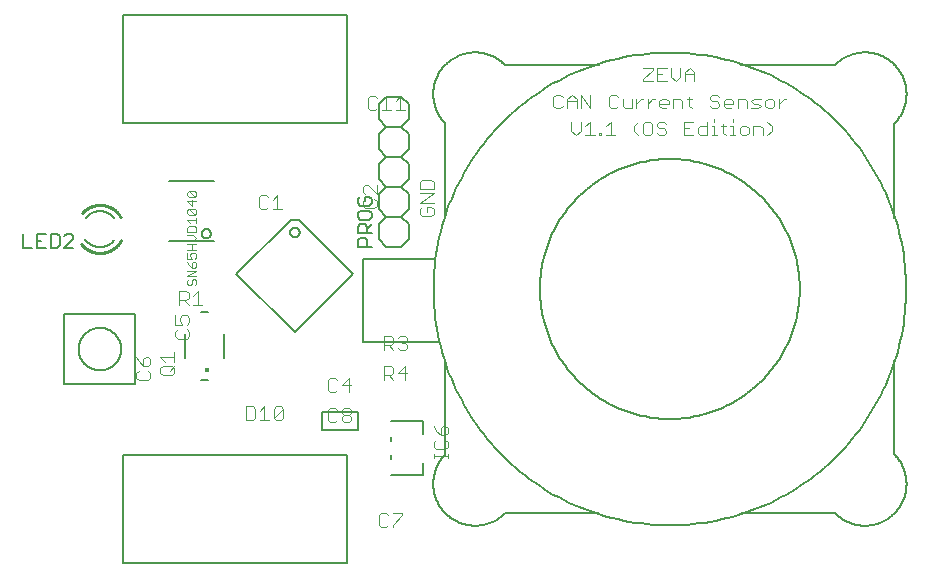
<source format=gbr>
G04 EAGLE Gerber RS-274X export*
G75*
%MOMM*%
%FSLAX34Y34*%
%LPD*%
%INSilkscreen Top*%
%IPPOS*%
%AMOC8*
5,1,8,0,0,1.08239X$1,22.5*%
G01*
%ADD10C,0.101600*%
%ADD11C,0.152400*%
%ADD12C,0.127000*%
%ADD13C,0.076200*%
%ADD14C,0.203200*%
%ADD15C,0.364000*%
%ADD16C,0.254000*%


D10*
X323757Y272464D02*
X321808Y270515D01*
X321808Y266617D01*
X323757Y264668D01*
X331553Y264668D01*
X333502Y266617D01*
X333502Y270515D01*
X331553Y272464D01*
X327655Y272464D01*
X327655Y268566D01*
X333502Y276362D02*
X321808Y276362D01*
X333502Y284158D01*
X321808Y284158D01*
X321808Y288056D02*
X333502Y288056D01*
X333502Y293903D01*
X331553Y295852D01*
X323757Y295852D01*
X321808Y293903D01*
X321808Y288056D01*
X440695Y367802D02*
X442644Y365853D01*
X440695Y367802D02*
X436797Y367802D01*
X434848Y365853D01*
X434848Y358057D01*
X436797Y356108D01*
X440695Y356108D01*
X442644Y358057D01*
X446542Y356108D02*
X446542Y363904D01*
X450440Y367802D01*
X454338Y363904D01*
X454338Y356108D01*
X454338Y361955D02*
X446542Y361955D01*
X458236Y356108D02*
X458236Y367802D01*
X466032Y356108D01*
X466032Y367802D01*
X487471Y367802D02*
X489420Y365853D01*
X487471Y367802D02*
X483573Y367802D01*
X481624Y365853D01*
X481624Y358057D01*
X483573Y356108D01*
X487471Y356108D01*
X489420Y358057D01*
X493318Y358057D02*
X493318Y363904D01*
X493318Y358057D02*
X495267Y356108D01*
X501114Y356108D01*
X501114Y363904D01*
X505012Y363904D02*
X505012Y356108D01*
X505012Y360006D02*
X508910Y363904D01*
X510859Y363904D01*
X514757Y363904D02*
X514757Y356108D01*
X514757Y360006D02*
X518655Y363904D01*
X520604Y363904D01*
X526451Y356108D02*
X530349Y356108D01*
X526451Y356108D02*
X524502Y358057D01*
X524502Y361955D01*
X526451Y363904D01*
X530349Y363904D01*
X532298Y361955D01*
X532298Y360006D01*
X524502Y360006D01*
X536196Y356108D02*
X536196Y363904D01*
X542043Y363904D01*
X543992Y361955D01*
X543992Y356108D01*
X549839Y358057D02*
X549839Y365853D01*
X549839Y358057D02*
X551788Y356108D01*
X551788Y363904D02*
X547890Y363904D01*
X573227Y367802D02*
X575176Y365853D01*
X573227Y367802D02*
X569329Y367802D01*
X567380Y365853D01*
X567380Y363904D01*
X569329Y361955D01*
X573227Y361955D01*
X575176Y360006D01*
X575176Y358057D01*
X573227Y356108D01*
X569329Y356108D01*
X567380Y358057D01*
X581023Y356108D02*
X584921Y356108D01*
X581023Y356108D02*
X579074Y358057D01*
X579074Y361955D01*
X581023Y363904D01*
X584921Y363904D01*
X586870Y361955D01*
X586870Y360006D01*
X579074Y360006D01*
X590768Y356108D02*
X590768Y363904D01*
X596615Y363904D01*
X598564Y361955D01*
X598564Y356108D01*
X602462Y356108D02*
X608309Y356108D01*
X610258Y358057D01*
X608309Y360006D01*
X604411Y360006D01*
X602462Y361955D01*
X604411Y363904D01*
X610258Y363904D01*
X616104Y356108D02*
X620002Y356108D01*
X621951Y358057D01*
X621951Y361955D01*
X620002Y363904D01*
X616104Y363904D01*
X614156Y361955D01*
X614156Y358057D01*
X616104Y356108D01*
X625849Y356108D02*
X625849Y363904D01*
X625849Y360006D02*
X629747Y363904D01*
X631696Y363904D01*
X518844Y390662D02*
X511048Y390662D01*
X518844Y390662D02*
X518844Y388713D01*
X511048Y380917D01*
X511048Y378968D01*
X518844Y378968D01*
X522742Y390662D02*
X530538Y390662D01*
X522742Y390662D02*
X522742Y378968D01*
X530538Y378968D01*
X526640Y384815D02*
X522742Y384815D01*
X534436Y382866D02*
X534436Y390662D01*
X534436Y382866D02*
X538334Y378968D01*
X542232Y382866D01*
X542232Y390662D01*
X546130Y386764D02*
X546130Y378968D01*
X546130Y386764D02*
X550028Y390662D01*
X553926Y386764D01*
X553926Y378968D01*
X553926Y384815D02*
X546130Y384815D01*
X450088Y344942D02*
X450088Y337146D01*
X453986Y333248D01*
X457884Y337146D01*
X457884Y344942D01*
X461782Y341044D02*
X465680Y344942D01*
X465680Y333248D01*
X461782Y333248D02*
X469578Y333248D01*
X473476Y333248D02*
X473476Y335197D01*
X475425Y335197D01*
X475425Y333248D01*
X473476Y333248D01*
X479323Y341044D02*
X483221Y344942D01*
X483221Y333248D01*
X479323Y333248D02*
X487119Y333248D01*
X502711Y337146D02*
X506609Y333248D01*
X502711Y337146D02*
X502711Y341044D01*
X506609Y344942D01*
X512456Y344942D02*
X516354Y344942D01*
X512456Y344942D02*
X510507Y342993D01*
X510507Y335197D01*
X512456Y333248D01*
X516354Y333248D01*
X518303Y335197D01*
X518303Y342993D01*
X516354Y344942D01*
X528048Y344942D02*
X529997Y342993D01*
X528048Y344942D02*
X524150Y344942D01*
X522201Y342993D01*
X522201Y341044D01*
X524150Y339095D01*
X528048Y339095D01*
X529997Y337146D01*
X529997Y335197D01*
X528048Y333248D01*
X524150Y333248D01*
X522201Y335197D01*
X545589Y344942D02*
X553385Y344942D01*
X545589Y344942D02*
X545589Y333248D01*
X553385Y333248D01*
X549487Y339095D02*
X545589Y339095D01*
X565079Y344942D02*
X565079Y333248D01*
X559232Y333248D01*
X557283Y335197D01*
X557283Y339095D01*
X559232Y341044D01*
X565079Y341044D01*
X568977Y341044D02*
X570926Y341044D01*
X570926Y333248D01*
X568977Y333248D02*
X572875Y333248D01*
X570926Y344942D02*
X570926Y346891D01*
X578722Y342993D02*
X578722Y335197D01*
X580671Y333248D01*
X580671Y341044D02*
X576773Y341044D01*
X584569Y341044D02*
X586518Y341044D01*
X586518Y333248D01*
X584569Y333248D02*
X588467Y333248D01*
X586518Y344942D02*
X586518Y346891D01*
X594314Y333248D02*
X598212Y333248D01*
X600161Y335197D01*
X600161Y339095D01*
X598212Y341044D01*
X594314Y341044D01*
X592365Y339095D01*
X592365Y335197D01*
X594314Y333248D01*
X604059Y333248D02*
X604059Y341044D01*
X609906Y341044D01*
X611855Y339095D01*
X611855Y333248D01*
X615753Y333248D02*
X619650Y337146D01*
X619650Y341044D01*
X615753Y344942D01*
X174546Y103802D02*
X174546Y92108D01*
X180393Y92108D01*
X182342Y94057D01*
X182342Y101853D01*
X180393Y103802D01*
X174546Y103802D01*
X186240Y99904D02*
X190138Y103802D01*
X190138Y92108D01*
X186240Y92108D02*
X194036Y92108D01*
X197934Y94057D02*
X197934Y101853D01*
X199883Y103802D01*
X203781Y103802D01*
X205730Y101853D01*
X205730Y94057D01*
X203781Y92108D01*
X199883Y92108D01*
X197934Y94057D01*
X205730Y101853D01*
D11*
X297586Y91304D02*
X324714Y91304D01*
X324714Y80716D01*
X324714Y45856D02*
X297586Y45856D01*
X324714Y45856D02*
X324714Y55944D01*
X297506Y74356D02*
X297506Y77944D01*
X297506Y62944D02*
X297506Y59356D01*
D10*
X345352Y59954D02*
X345352Y63852D01*
X345352Y61903D02*
X333658Y61903D01*
X333658Y59954D02*
X333658Y63852D01*
X333658Y73597D02*
X335607Y75546D01*
X333658Y73597D02*
X333658Y69699D01*
X335607Y67750D01*
X343403Y67750D01*
X345352Y69699D01*
X345352Y73597D01*
X343403Y75546D01*
X335607Y83342D02*
X333658Y87240D01*
X335607Y83342D02*
X339505Y79444D01*
X343403Y79444D01*
X345352Y81393D01*
X345352Y85291D01*
X343403Y87240D01*
X341454Y87240D01*
X339505Y85291D01*
X339505Y79444D01*
D12*
X265397Y215900D02*
X219436Y261862D01*
X265397Y215900D02*
X215900Y166403D01*
X166403Y215900D01*
X212364Y261862D01*
X219436Y261862D01*
X211900Y251255D02*
X211902Y251381D01*
X211908Y251507D01*
X211918Y251633D01*
X211932Y251759D01*
X211950Y251884D01*
X211972Y252008D01*
X211997Y252132D01*
X212027Y252255D01*
X212060Y252376D01*
X212098Y252497D01*
X212139Y252616D01*
X212184Y252735D01*
X212232Y252851D01*
X212284Y252966D01*
X212340Y253079D01*
X212400Y253191D01*
X212463Y253300D01*
X212529Y253408D01*
X212598Y253513D01*
X212671Y253616D01*
X212748Y253717D01*
X212827Y253815D01*
X212909Y253911D01*
X212995Y254004D01*
X213083Y254095D01*
X213174Y254182D01*
X213268Y254267D01*
X213364Y254348D01*
X213463Y254427D01*
X213564Y254502D01*
X213668Y254574D01*
X213774Y254643D01*
X213882Y254709D01*
X213992Y254771D01*
X214104Y254829D01*
X214217Y254884D01*
X214333Y254935D01*
X214450Y254983D01*
X214568Y255027D01*
X214688Y255067D01*
X214809Y255103D01*
X214931Y255136D01*
X215054Y255165D01*
X215178Y255189D01*
X215302Y255210D01*
X215427Y255227D01*
X215553Y255240D01*
X215679Y255249D01*
X215805Y255254D01*
X215932Y255255D01*
X216058Y255252D01*
X216184Y255245D01*
X216310Y255234D01*
X216435Y255219D01*
X216560Y255200D01*
X216684Y255177D01*
X216808Y255151D01*
X216930Y255120D01*
X217052Y255086D01*
X217172Y255047D01*
X217291Y255005D01*
X217409Y254960D01*
X217525Y254910D01*
X217640Y254857D01*
X217752Y254800D01*
X217863Y254740D01*
X217972Y254676D01*
X218079Y254609D01*
X218184Y254539D01*
X218287Y254465D01*
X218387Y254388D01*
X218485Y254308D01*
X218580Y254225D01*
X218672Y254139D01*
X218762Y254050D01*
X218849Y253958D01*
X218932Y253864D01*
X219013Y253767D01*
X219091Y253667D01*
X219166Y253565D01*
X219237Y253461D01*
X219305Y253354D01*
X219369Y253246D01*
X219430Y253135D01*
X219488Y253023D01*
X219542Y252909D01*
X219592Y252793D01*
X219639Y252676D01*
X219682Y252557D01*
X219721Y252437D01*
X219757Y252316D01*
X219788Y252193D01*
X219816Y252070D01*
X219840Y251946D01*
X219860Y251821D01*
X219876Y251696D01*
X219888Y251570D01*
X219896Y251444D01*
X219900Y251318D01*
X219900Y251192D01*
X219896Y251066D01*
X219888Y250940D01*
X219876Y250814D01*
X219860Y250689D01*
X219840Y250564D01*
X219816Y250440D01*
X219788Y250317D01*
X219757Y250194D01*
X219721Y250073D01*
X219682Y249953D01*
X219639Y249834D01*
X219592Y249717D01*
X219542Y249601D01*
X219488Y249487D01*
X219430Y249375D01*
X219369Y249264D01*
X219305Y249156D01*
X219237Y249049D01*
X219166Y248945D01*
X219091Y248843D01*
X219013Y248743D01*
X218932Y248646D01*
X218849Y248552D01*
X218762Y248460D01*
X218672Y248371D01*
X218580Y248285D01*
X218485Y248202D01*
X218387Y248122D01*
X218287Y248045D01*
X218184Y247971D01*
X218079Y247901D01*
X217972Y247834D01*
X217863Y247770D01*
X217752Y247710D01*
X217640Y247653D01*
X217525Y247600D01*
X217409Y247550D01*
X217291Y247505D01*
X217172Y247463D01*
X217052Y247424D01*
X216930Y247390D01*
X216808Y247359D01*
X216684Y247333D01*
X216560Y247310D01*
X216435Y247291D01*
X216310Y247276D01*
X216184Y247265D01*
X216058Y247258D01*
X215932Y247255D01*
X215805Y247256D01*
X215679Y247261D01*
X215553Y247270D01*
X215427Y247283D01*
X215302Y247300D01*
X215178Y247321D01*
X215054Y247345D01*
X214931Y247374D01*
X214809Y247407D01*
X214688Y247443D01*
X214568Y247483D01*
X214450Y247527D01*
X214333Y247575D01*
X214217Y247626D01*
X214104Y247681D01*
X213992Y247739D01*
X213882Y247801D01*
X213774Y247867D01*
X213668Y247936D01*
X213564Y248008D01*
X213463Y248083D01*
X213364Y248162D01*
X213268Y248243D01*
X213174Y248328D01*
X213083Y248415D01*
X212995Y248506D01*
X212909Y248599D01*
X212827Y248695D01*
X212748Y248793D01*
X212671Y248894D01*
X212598Y248997D01*
X212529Y249102D01*
X212463Y249210D01*
X212400Y249319D01*
X212340Y249431D01*
X212284Y249544D01*
X212232Y249659D01*
X212184Y249775D01*
X212139Y249894D01*
X212098Y250013D01*
X212060Y250134D01*
X212027Y250255D01*
X211997Y250378D01*
X211972Y250502D01*
X211950Y250626D01*
X211932Y250751D01*
X211918Y250877D01*
X211908Y251003D01*
X211902Y251129D01*
X211900Y251255D01*
D10*
X273548Y277607D02*
X275497Y279556D01*
X273548Y277607D02*
X273548Y273709D01*
X275497Y271760D01*
X283293Y271760D01*
X285242Y273709D01*
X285242Y277607D01*
X283293Y279556D01*
X285242Y283454D02*
X285242Y291250D01*
X285242Y283454D02*
X277446Y291250D01*
X275497Y291250D01*
X273548Y289301D01*
X273548Y285403D01*
X275497Y283454D01*
D11*
X287020Y321310D02*
X287020Y334010D01*
X293370Y340360D01*
X306070Y340360D01*
X312420Y334010D01*
X287020Y295910D02*
X293370Y289560D01*
X287020Y295910D02*
X287020Y308610D01*
X293370Y314960D01*
X306070Y314960D01*
X312420Y308610D01*
X312420Y295910D01*
X306070Y289560D01*
X293370Y314960D02*
X287020Y321310D01*
X306070Y314960D02*
X312420Y321310D01*
X312420Y334010D01*
X287020Y257810D02*
X287020Y245110D01*
X287020Y257810D02*
X293370Y264160D01*
X306070Y264160D01*
X312420Y257810D01*
X293370Y264160D02*
X287020Y270510D01*
X287020Y283210D01*
X293370Y289560D01*
X306070Y289560D01*
X312420Y283210D01*
X312420Y270510D01*
X306070Y264160D01*
X306070Y238760D02*
X293370Y238760D01*
X287020Y245110D01*
X306070Y238760D02*
X312420Y245110D01*
X312420Y257810D01*
X287020Y346710D02*
X287020Y359410D01*
X293370Y365760D01*
X306070Y365760D01*
X312420Y359410D01*
X293370Y340360D02*
X287020Y346710D01*
X306070Y340360D02*
X312420Y346710D01*
X312420Y359410D01*
D12*
X280797Y238633D02*
X269357Y238633D01*
X269357Y244353D01*
X271264Y246260D01*
X275077Y246260D01*
X276984Y244353D01*
X276984Y238633D01*
X280797Y250327D02*
X269357Y250327D01*
X269357Y256047D01*
X271264Y257953D01*
X275077Y257953D01*
X276984Y256047D01*
X276984Y250327D01*
X276984Y254140D02*
X280797Y257953D01*
X269357Y263928D02*
X269357Y267741D01*
X269357Y263928D02*
X271264Y262021D01*
X278890Y262021D01*
X280797Y263928D01*
X280797Y267741D01*
X278890Y269647D01*
X271264Y269647D01*
X269357Y267741D01*
X269357Y279435D02*
X271264Y281341D01*
X269357Y279435D02*
X269357Y275622D01*
X271264Y273715D01*
X278890Y273715D01*
X280797Y275622D01*
X280797Y279435D01*
X278890Y281341D01*
X275077Y281341D01*
X275077Y277528D01*
X147320Y243840D02*
X109220Y243840D01*
X109220Y294640D02*
X147320Y294640D01*
X137160Y250190D02*
X137162Y250313D01*
X137168Y250437D01*
X137178Y250560D01*
X137192Y250682D01*
X137210Y250804D01*
X137232Y250926D01*
X137257Y251046D01*
X137287Y251166D01*
X137321Y251285D01*
X137358Y251403D01*
X137399Y251519D01*
X137444Y251634D01*
X137493Y251747D01*
X137545Y251859D01*
X137601Y251969D01*
X137660Y252077D01*
X137723Y252183D01*
X137789Y252287D01*
X137859Y252389D01*
X137932Y252489D01*
X138008Y252586D01*
X138087Y252681D01*
X138169Y252773D01*
X138254Y252862D01*
X138342Y252949D01*
X138433Y253032D01*
X138526Y253113D01*
X138622Y253191D01*
X138721Y253265D01*
X138821Y253336D01*
X138924Y253404D01*
X139029Y253469D01*
X139137Y253530D01*
X139246Y253588D01*
X139357Y253642D01*
X139469Y253692D01*
X139584Y253739D01*
X139699Y253782D01*
X139816Y253821D01*
X139934Y253857D01*
X140054Y253888D01*
X140174Y253916D01*
X140295Y253940D01*
X140417Y253960D01*
X140539Y253976D01*
X140662Y253988D01*
X140785Y253996D01*
X140908Y254000D01*
X141032Y254000D01*
X141155Y253996D01*
X141278Y253988D01*
X141401Y253976D01*
X141523Y253960D01*
X141645Y253940D01*
X141766Y253916D01*
X141886Y253888D01*
X142006Y253857D01*
X142124Y253821D01*
X142241Y253782D01*
X142356Y253739D01*
X142471Y253692D01*
X142583Y253642D01*
X142694Y253588D01*
X142803Y253530D01*
X142911Y253469D01*
X143016Y253404D01*
X143119Y253336D01*
X143219Y253265D01*
X143318Y253191D01*
X143414Y253113D01*
X143507Y253032D01*
X143598Y252949D01*
X143686Y252862D01*
X143771Y252773D01*
X143853Y252681D01*
X143932Y252586D01*
X144008Y252489D01*
X144081Y252389D01*
X144151Y252287D01*
X144217Y252183D01*
X144280Y252077D01*
X144339Y251969D01*
X144395Y251859D01*
X144447Y251747D01*
X144496Y251634D01*
X144541Y251519D01*
X144582Y251403D01*
X144619Y251285D01*
X144653Y251166D01*
X144683Y251046D01*
X144708Y250926D01*
X144730Y250804D01*
X144748Y250682D01*
X144762Y250560D01*
X144772Y250437D01*
X144778Y250313D01*
X144780Y250190D01*
X144778Y250067D01*
X144772Y249943D01*
X144762Y249820D01*
X144748Y249698D01*
X144730Y249576D01*
X144708Y249454D01*
X144683Y249334D01*
X144653Y249214D01*
X144619Y249095D01*
X144582Y248977D01*
X144541Y248861D01*
X144496Y248746D01*
X144447Y248633D01*
X144395Y248521D01*
X144339Y248411D01*
X144280Y248303D01*
X144217Y248197D01*
X144151Y248093D01*
X144081Y247991D01*
X144008Y247891D01*
X143932Y247794D01*
X143853Y247699D01*
X143771Y247607D01*
X143686Y247518D01*
X143598Y247431D01*
X143507Y247348D01*
X143414Y247267D01*
X143318Y247189D01*
X143219Y247115D01*
X143119Y247044D01*
X143016Y246976D01*
X142911Y246911D01*
X142803Y246850D01*
X142694Y246792D01*
X142583Y246738D01*
X142471Y246688D01*
X142356Y246641D01*
X142241Y246598D01*
X142124Y246559D01*
X142006Y246523D01*
X141886Y246492D01*
X141766Y246464D01*
X141645Y246440D01*
X141523Y246420D01*
X141401Y246404D01*
X141278Y246392D01*
X141155Y246384D01*
X141032Y246380D01*
X140908Y246380D01*
X140785Y246384D01*
X140662Y246392D01*
X140539Y246404D01*
X140417Y246420D01*
X140295Y246440D01*
X140174Y246464D01*
X140054Y246492D01*
X139934Y246523D01*
X139816Y246559D01*
X139699Y246598D01*
X139584Y246641D01*
X139469Y246688D01*
X139357Y246738D01*
X139246Y246792D01*
X139137Y246850D01*
X139029Y246911D01*
X138924Y246976D01*
X138821Y247044D01*
X138721Y247115D01*
X138622Y247189D01*
X138526Y247267D01*
X138433Y247348D01*
X138342Y247431D01*
X138254Y247518D01*
X138169Y247607D01*
X138087Y247699D01*
X138008Y247794D01*
X137932Y247891D01*
X137859Y247991D01*
X137789Y248093D01*
X137723Y248197D01*
X137660Y248303D01*
X137601Y248411D01*
X137545Y248521D01*
X137493Y248633D01*
X137444Y248746D01*
X137399Y248861D01*
X137358Y248977D01*
X137321Y249095D01*
X137287Y249214D01*
X137257Y249334D01*
X137232Y249454D01*
X137210Y249576D01*
X137192Y249698D01*
X137178Y249820D01*
X137168Y249943D01*
X137162Y250067D01*
X137160Y250190D01*
D13*
X126063Y211260D02*
X124835Y210031D01*
X124835Y207574D01*
X126063Y206345D01*
X127292Y206345D01*
X128521Y207574D01*
X128521Y210031D01*
X129750Y211260D01*
X130978Y211260D01*
X132207Y210031D01*
X132207Y207574D01*
X130978Y206345D01*
X132207Y213829D02*
X124835Y213829D01*
X132207Y218744D01*
X124835Y218744D01*
X126063Y223771D02*
X124835Y226228D01*
X126063Y223771D02*
X128521Y221314D01*
X130978Y221314D01*
X132207Y222542D01*
X132207Y225000D01*
X130978Y226228D01*
X129750Y226228D01*
X128521Y225000D01*
X128521Y221314D01*
X124835Y228798D02*
X124835Y233713D01*
X124835Y228798D02*
X128521Y228798D01*
X127292Y231255D01*
X127292Y232484D01*
X128521Y233713D01*
X130978Y233713D01*
X132207Y232484D01*
X132207Y230026D01*
X130978Y228798D01*
X132207Y236282D02*
X124835Y236282D01*
X128521Y236282D02*
X128521Y241197D01*
X124835Y241197D02*
X132207Y241197D01*
X129750Y243766D02*
X124835Y243766D01*
X129750Y243766D02*
X132207Y246223D01*
X129750Y248681D01*
X124835Y248681D01*
X124835Y251250D02*
X132207Y251250D01*
X132207Y254936D01*
X130978Y256165D01*
X126063Y256165D01*
X124835Y254936D01*
X124835Y251250D01*
X127292Y258734D02*
X124835Y261192D01*
X132207Y261192D01*
X132207Y263649D02*
X132207Y258734D01*
X130978Y266219D02*
X126063Y266219D01*
X124835Y267447D01*
X124835Y269905D01*
X126063Y271133D01*
X130978Y271133D01*
X132207Y269905D01*
X132207Y267447D01*
X130978Y266219D01*
X126063Y271133D01*
X124835Y277389D02*
X132207Y277389D01*
X128521Y273703D02*
X124835Y277389D01*
X128521Y278618D02*
X128521Y273703D01*
X130978Y281187D02*
X126063Y281187D01*
X124835Y282416D01*
X124835Y284873D01*
X126063Y286102D01*
X130978Y286102D01*
X132207Y284873D01*
X132207Y282416D01*
X130978Y281187D01*
X126063Y286102D01*
D14*
X123200Y165440D02*
X123200Y144440D01*
X136700Y183940D02*
X142700Y183940D01*
X156200Y165440D02*
X156200Y144440D01*
X142700Y125940D02*
X136700Y125940D01*
D15*
X141700Y134440D03*
D10*
X111843Y130048D02*
X104047Y130048D01*
X102098Y131997D01*
X102098Y135895D01*
X104047Y137844D01*
X111843Y137844D01*
X113792Y135895D01*
X113792Y131997D01*
X111843Y130048D01*
X109894Y133946D02*
X113792Y137844D01*
X105996Y141742D02*
X102098Y145640D01*
X113792Y145640D01*
X113792Y141742D02*
X113792Y149538D01*
X114798Y167117D02*
X116747Y169066D01*
X114798Y167117D02*
X114798Y163219D01*
X116747Y161270D01*
X124543Y161270D01*
X126492Y163219D01*
X126492Y167117D01*
X124543Y169066D01*
X114798Y172964D02*
X114798Y180760D01*
X114798Y172964D02*
X120645Y172964D01*
X118696Y176862D01*
X118696Y178811D01*
X120645Y180760D01*
X124543Y180760D01*
X126492Y178811D01*
X126492Y174913D01*
X124543Y172964D01*
X83727Y134034D02*
X81778Y132085D01*
X81778Y128187D01*
X83727Y126238D01*
X91523Y126238D01*
X93472Y128187D01*
X93472Y132085D01*
X91523Y134034D01*
X83727Y141830D02*
X81778Y145728D01*
X83727Y141830D02*
X87625Y137932D01*
X91523Y137932D01*
X93472Y139881D01*
X93472Y143779D01*
X91523Y145728D01*
X89574Y145728D01*
X87625Y143779D01*
X87625Y137932D01*
X285642Y364583D02*
X283693Y366532D01*
X279795Y366532D01*
X277846Y364583D01*
X277846Y356787D01*
X279795Y354838D01*
X283693Y354838D01*
X285642Y356787D01*
X289540Y362634D02*
X293438Y366532D01*
X293438Y354838D01*
X289540Y354838D02*
X297336Y354838D01*
X301234Y362634D02*
X305132Y366532D01*
X305132Y354838D01*
X301234Y354838D02*
X309030Y354838D01*
D12*
X269240Y99060D02*
X238760Y99060D01*
X269240Y99060D02*
X269240Y83820D01*
X238760Y83820D01*
X238760Y99060D01*
D11*
X50800Y238760D02*
X50428Y238765D01*
X50057Y238778D01*
X49686Y238801D01*
X49316Y238832D01*
X48947Y238873D01*
X48579Y238923D01*
X48212Y238981D01*
X47847Y239049D01*
X47483Y239125D01*
X47122Y239210D01*
X46763Y239305D01*
X46406Y239407D01*
X46051Y239519D01*
X45700Y239639D01*
X45351Y239767D01*
X45006Y239904D01*
X44664Y240050D01*
X44326Y240203D01*
X43992Y240365D01*
X43662Y240535D01*
X43336Y240713D01*
X43014Y240899D01*
X42697Y241093D01*
X42385Y241294D01*
X42078Y241503D01*
X41776Y241719D01*
X41479Y241943D01*
X41188Y242173D01*
X40903Y242411D01*
X40623Y242656D01*
X40350Y242907D01*
X40083Y243165D01*
X39822Y243429D01*
X39567Y243700D01*
X39320Y243977D01*
X39079Y244260D01*
X38845Y244548D01*
X38618Y244842D01*
X38399Y245142D01*
X50800Y238760D02*
X51172Y238765D01*
X51543Y238778D01*
X51915Y238801D01*
X52285Y238833D01*
X52655Y238873D01*
X53023Y238923D01*
X53391Y238982D01*
X53756Y239049D01*
X54120Y239126D01*
X54482Y239212D01*
X54842Y239306D01*
X55199Y239409D01*
X55554Y239520D01*
X55906Y239641D01*
X56255Y239770D01*
X56600Y239907D01*
X56942Y240053D01*
X57281Y240207D01*
X57616Y240369D01*
X57946Y240539D01*
X58272Y240718D01*
X58594Y240904D01*
X58912Y241098D01*
X59224Y241300D01*
X59531Y241509D01*
X59833Y241726D01*
X60130Y241950D01*
X60422Y242181D01*
X60707Y242419D01*
X60987Y242665D01*
X61260Y242917D01*
X61528Y243175D01*
X61788Y243440D01*
X62043Y243711D01*
X62291Y243989D01*
X62531Y244272D01*
X62765Y244561D01*
X62992Y244856D01*
X50800Y269240D02*
X50435Y269236D01*
X50070Y269223D01*
X49706Y269201D01*
X49343Y269170D01*
X48980Y269131D01*
X48618Y269083D01*
X48258Y269026D01*
X47899Y268961D01*
X47541Y268888D01*
X47186Y268805D01*
X46833Y268715D01*
X46481Y268615D01*
X46133Y268508D01*
X45787Y268392D01*
X45444Y268268D01*
X45104Y268135D01*
X44767Y267995D01*
X44434Y267847D01*
X44104Y267690D01*
X43778Y267526D01*
X43456Y267354D01*
X43139Y267174D01*
X42826Y266987D01*
X42517Y266793D01*
X42213Y266591D01*
X41914Y266381D01*
X41620Y266165D01*
X41332Y265942D01*
X41049Y265712D01*
X40771Y265475D01*
X40499Y265232D01*
X40233Y264982D01*
X39973Y264726D01*
X39720Y264463D01*
X39472Y264195D01*
X39232Y263921D01*
X38997Y263641D01*
X38770Y263356D01*
X50800Y269240D02*
X51165Y269236D01*
X51530Y269223D01*
X51894Y269201D01*
X52257Y269170D01*
X52620Y269131D01*
X52982Y269083D01*
X53342Y269026D01*
X53701Y268961D01*
X54059Y268888D01*
X54414Y268805D01*
X54767Y268715D01*
X55119Y268615D01*
X55467Y268508D01*
X55813Y268392D01*
X56156Y268268D01*
X56496Y268135D01*
X56833Y267995D01*
X57166Y267847D01*
X57496Y267690D01*
X57822Y267526D01*
X58144Y267354D01*
X58461Y267174D01*
X58774Y266987D01*
X59083Y266793D01*
X59387Y266591D01*
X59686Y266381D01*
X59980Y266165D01*
X60268Y265942D01*
X60551Y265712D01*
X60829Y265475D01*
X61101Y265232D01*
X61367Y264982D01*
X61627Y264726D01*
X61880Y264463D01*
X62128Y264195D01*
X62368Y263921D01*
X62603Y263641D01*
X62830Y263356D01*
D16*
X50800Y233680D02*
X50306Y233686D01*
X49812Y233704D01*
X49318Y233734D01*
X48825Y233776D01*
X48334Y233830D01*
X47844Y233896D01*
X47356Y233974D01*
X46869Y234064D01*
X46385Y234165D01*
X45904Y234279D01*
X45426Y234404D01*
X44950Y234540D01*
X44479Y234688D01*
X44011Y234848D01*
X43547Y235019D01*
X43087Y235201D01*
X42632Y235394D01*
X42181Y235598D01*
X41736Y235813D01*
X41296Y236039D01*
X40862Y236276D01*
X40434Y236523D01*
X40012Y236780D01*
X39596Y237048D01*
X39187Y237326D01*
X38785Y237613D01*
X38389Y237910D01*
X38002Y238217D01*
X37621Y238533D01*
X37249Y238858D01*
X36884Y239193D01*
X36528Y239536D01*
X36181Y239887D01*
X35841Y240247D01*
X35511Y240615D01*
X35190Y240991D01*
X50800Y233680D02*
X51288Y233686D01*
X51775Y233703D01*
X52262Y233733D01*
X52749Y233774D01*
X53234Y233826D01*
X53718Y233891D01*
X54200Y233967D01*
X54680Y234054D01*
X55158Y234153D01*
X55633Y234263D01*
X56106Y234385D01*
X56575Y234518D01*
X57042Y234663D01*
X57504Y234818D01*
X57963Y234985D01*
X58418Y235162D01*
X58868Y235351D01*
X59313Y235550D01*
X59754Y235760D01*
X60190Y235980D01*
X60620Y236211D01*
X61044Y236452D01*
X61462Y236703D01*
X61875Y236964D01*
X62281Y237235D01*
X62680Y237515D01*
X63073Y237805D01*
X63458Y238105D01*
X63836Y238414D01*
X64207Y238731D01*
X64569Y239058D01*
X64924Y239393D01*
X65271Y239736D01*
X65609Y240088D01*
X65939Y240447D01*
X66260Y240815D01*
X66573Y241190D01*
X66876Y241573D01*
X67170Y241962D01*
X67454Y242359D01*
X67729Y242762D01*
X67994Y243172D01*
X68249Y243588D01*
X68494Y244010D01*
X68729Y244438D01*
X50800Y274320D02*
X50310Y274314D01*
X49820Y274296D01*
X49331Y274267D01*
X48842Y274225D01*
X48355Y274172D01*
X47869Y274108D01*
X47385Y274031D01*
X46903Y273943D01*
X46423Y273843D01*
X45945Y273732D01*
X45471Y273609D01*
X44999Y273474D01*
X44531Y273329D01*
X44067Y273172D01*
X43606Y273004D01*
X43150Y272825D01*
X42698Y272635D01*
X42251Y272434D01*
X41809Y272222D01*
X41372Y272000D01*
X40940Y271768D01*
X40514Y271525D01*
X40095Y271271D01*
X39681Y271008D01*
X39274Y270735D01*
X38874Y270452D01*
X38480Y270159D01*
X38094Y269858D01*
X37715Y269546D01*
X37344Y269226D01*
X36981Y268897D01*
X36625Y268560D01*
X36278Y268213D01*
X35940Y267859D01*
X35610Y267496D01*
X35288Y267126D01*
X50800Y274320D02*
X51297Y274314D01*
X51794Y274296D01*
X52290Y274265D01*
X52785Y274223D01*
X53279Y274168D01*
X53772Y274102D01*
X54262Y274023D01*
X54751Y273932D01*
X55237Y273830D01*
X55721Y273715D01*
X56201Y273589D01*
X56679Y273451D01*
X57153Y273302D01*
X57623Y273141D01*
X58089Y272968D01*
X58551Y272784D01*
X59008Y272589D01*
X59460Y272383D01*
X59907Y272166D01*
X60348Y271937D01*
X60784Y271699D01*
X61214Y271449D01*
X61637Y271189D01*
X62055Y270919D01*
X62465Y270639D01*
X62868Y270349D01*
X63265Y270049D01*
X63653Y269739D01*
X64034Y269420D01*
X64407Y269092D01*
X64772Y268755D01*
X65129Y268409D01*
X65477Y268054D01*
X65816Y267691D01*
X66147Y267320D01*
X66468Y266940D01*
X66780Y266553D01*
X67082Y266159D01*
X67374Y265757D01*
X67657Y265348D01*
X67929Y264933D01*
X68192Y264510D01*
X68443Y264082D01*
D12*
X-14391Y249565D02*
X-14391Y238125D01*
X-6764Y238125D01*
X-2697Y249565D02*
X4930Y249565D01*
X-2697Y249565D02*
X-2697Y238125D01*
X4930Y238125D01*
X1116Y243845D02*
X-2697Y243845D01*
X8997Y249565D02*
X8997Y238125D01*
X14717Y238125D01*
X16623Y240032D01*
X16623Y247658D01*
X14717Y249565D01*
X8997Y249565D01*
X20691Y238125D02*
X28317Y238125D01*
X20691Y238125D02*
X28317Y245752D01*
X28317Y247658D01*
X26411Y249565D01*
X22598Y249565D01*
X20691Y247658D01*
D10*
X249667Y127772D02*
X251616Y125823D01*
X249667Y127772D02*
X245769Y127772D01*
X243820Y125823D01*
X243820Y118027D01*
X245769Y116078D01*
X249667Y116078D01*
X251616Y118027D01*
X261361Y116078D02*
X261361Y127772D01*
X255514Y121925D01*
X263310Y121925D01*
D12*
X673400Y393200D02*
X674021Y393806D01*
X674657Y394396D01*
X675307Y394971D01*
X675971Y395530D01*
X676648Y396072D01*
X677339Y396597D01*
X678042Y397106D01*
X678758Y397597D01*
X679485Y398070D01*
X680224Y398525D01*
X680974Y398962D01*
X681734Y399380D01*
X682504Y399780D01*
X683284Y400161D01*
X684073Y400522D01*
X684870Y400864D01*
X685676Y401186D01*
X686489Y401488D01*
X687310Y401771D01*
X688137Y402033D01*
X688970Y402274D01*
X689809Y402495D01*
X690654Y402696D01*
X691503Y402876D01*
X692356Y403034D01*
X693212Y403172D01*
X694072Y403289D01*
X694935Y403385D01*
X695799Y403459D01*
X696665Y403512D01*
X697532Y403544D01*
X698400Y403555D01*
X699268Y403544D01*
X700135Y403512D01*
X701001Y403459D01*
X701865Y403385D01*
X702728Y403289D01*
X703588Y403172D01*
X704444Y403034D01*
X705297Y402876D01*
X706146Y402696D01*
X706991Y402495D01*
X707830Y402274D01*
X708663Y402033D01*
X709490Y401771D01*
X710311Y401488D01*
X711124Y401186D01*
X711930Y400864D01*
X712727Y400522D01*
X713516Y400161D01*
X714296Y399780D01*
X715066Y399380D01*
X715826Y398962D01*
X716576Y398525D01*
X717315Y398070D01*
X718042Y397597D01*
X718758Y397106D01*
X719461Y396597D01*
X720152Y396072D01*
X720829Y395530D01*
X721493Y394971D01*
X722143Y394396D01*
X722779Y393806D01*
X723400Y393200D01*
X724006Y392579D01*
X724596Y391943D01*
X725171Y391293D01*
X725730Y390629D01*
X726272Y389952D01*
X726797Y389261D01*
X727306Y388558D01*
X727797Y387842D01*
X728270Y387115D01*
X728725Y386376D01*
X729162Y385626D01*
X729580Y384866D01*
X729980Y384096D01*
X730361Y383316D01*
X730722Y382527D01*
X731064Y381730D01*
X731386Y380924D01*
X731688Y380111D01*
X731971Y379290D01*
X732233Y378463D01*
X732474Y377630D01*
X732695Y376791D01*
X732896Y375946D01*
X733076Y375097D01*
X733234Y374244D01*
X733372Y373388D01*
X733489Y372528D01*
X733585Y371665D01*
X733659Y370801D01*
X733712Y369935D01*
X733744Y369068D01*
X733755Y368200D01*
X733744Y367332D01*
X733712Y366465D01*
X733659Y365599D01*
X733585Y364735D01*
X733489Y363872D01*
X733372Y363012D01*
X733234Y362156D01*
X733076Y361303D01*
X732896Y360454D01*
X732695Y359609D01*
X732474Y358770D01*
X732233Y357937D01*
X731971Y357110D01*
X731688Y356289D01*
X731386Y355476D01*
X731064Y354670D01*
X730722Y353873D01*
X730361Y353084D01*
X729980Y352304D01*
X729580Y351534D01*
X729162Y350774D01*
X728725Y350024D01*
X728270Y349285D01*
X727797Y348558D01*
X727306Y347842D01*
X726797Y347139D01*
X726272Y346448D01*
X725730Y345771D01*
X725171Y345107D01*
X724596Y344457D01*
X724006Y343821D01*
X723400Y343200D01*
X723400Y63200D02*
X724001Y62584D01*
X724587Y61953D01*
X725158Y61308D01*
X725713Y60650D01*
X726251Y59978D01*
X726773Y59293D01*
X727279Y58596D01*
X727767Y57887D01*
X728237Y57166D01*
X728690Y56434D01*
X729125Y55691D01*
X729542Y54937D01*
X729941Y54174D01*
X730320Y53401D01*
X730681Y52619D01*
X731022Y51829D01*
X731345Y51031D01*
X731647Y50225D01*
X731930Y49412D01*
X732193Y48592D01*
X732436Y47766D01*
X732659Y46934D01*
X732862Y46097D01*
X733044Y45256D01*
X733205Y44410D01*
X733346Y43561D01*
X733466Y42708D01*
X733566Y41853D01*
X733644Y40995D01*
X733702Y40136D01*
X733739Y39276D01*
X733754Y38415D01*
X733749Y37554D01*
X733723Y36694D01*
X733676Y35834D01*
X733608Y34976D01*
X733519Y34119D01*
X733409Y33265D01*
X733278Y32414D01*
X733127Y31567D01*
X732955Y30723D01*
X732763Y29884D01*
X732550Y29049D01*
X732317Y28221D01*
X732064Y27398D01*
X731791Y26581D01*
X731498Y25771D01*
X731186Y24969D01*
X730854Y24175D01*
X730503Y23389D01*
X730133Y22611D01*
X729744Y21843D01*
X729336Y21085D01*
X728910Y20336D01*
X728466Y19599D01*
X728004Y18872D01*
X727525Y18157D01*
X727028Y17454D01*
X726514Y16763D01*
X725984Y16084D01*
X725437Y15419D01*
X724875Y14768D01*
X724296Y14130D01*
X723702Y13507D01*
X723093Y12898D01*
X722470Y12304D01*
X721832Y11725D01*
X721181Y11163D01*
X720516Y10616D01*
X719837Y10086D01*
X719146Y9572D01*
X718443Y9075D01*
X717728Y8596D01*
X717001Y8134D01*
X716264Y7690D01*
X715515Y7264D01*
X714757Y6856D01*
X713989Y6467D01*
X713211Y6097D01*
X712425Y5746D01*
X711631Y5414D01*
X710829Y5102D01*
X710019Y4809D01*
X709202Y4536D01*
X708379Y4283D01*
X707551Y4050D01*
X706716Y3837D01*
X705877Y3645D01*
X705033Y3473D01*
X704186Y3322D01*
X703335Y3191D01*
X702481Y3081D01*
X701624Y2992D01*
X700766Y2924D01*
X699906Y2877D01*
X699046Y2851D01*
X698185Y2846D01*
X697324Y2861D01*
X696464Y2898D01*
X695605Y2956D01*
X694747Y3034D01*
X693892Y3134D01*
X693039Y3254D01*
X692190Y3395D01*
X691344Y3556D01*
X690503Y3738D01*
X689666Y3941D01*
X688834Y4164D01*
X688008Y4407D01*
X687188Y4670D01*
X686375Y4953D01*
X685569Y5255D01*
X684771Y5578D01*
X683981Y5919D01*
X683199Y6280D01*
X682426Y6659D01*
X681663Y7058D01*
X680909Y7475D01*
X680166Y7910D01*
X679434Y8363D01*
X678713Y8833D01*
X678004Y9321D01*
X677307Y9827D01*
X676622Y10349D01*
X675950Y10887D01*
X675292Y11442D01*
X674647Y12013D01*
X674016Y12599D01*
X673400Y13200D01*
X393400Y13200D02*
X392784Y12599D01*
X392153Y12013D01*
X391508Y11442D01*
X390850Y10887D01*
X390178Y10349D01*
X389493Y9827D01*
X388796Y9321D01*
X388087Y8833D01*
X387366Y8363D01*
X386634Y7910D01*
X385891Y7475D01*
X385137Y7058D01*
X384374Y6659D01*
X383601Y6280D01*
X382819Y5919D01*
X382029Y5578D01*
X381231Y5255D01*
X380425Y4953D01*
X379612Y4670D01*
X378792Y4407D01*
X377966Y4164D01*
X377134Y3941D01*
X376297Y3738D01*
X375456Y3556D01*
X374610Y3395D01*
X373761Y3254D01*
X372908Y3134D01*
X372053Y3034D01*
X371195Y2956D01*
X370336Y2898D01*
X369476Y2861D01*
X368615Y2846D01*
X367754Y2851D01*
X366894Y2877D01*
X366034Y2924D01*
X365176Y2992D01*
X364319Y3081D01*
X363465Y3191D01*
X362614Y3322D01*
X361767Y3473D01*
X360923Y3645D01*
X360084Y3837D01*
X359249Y4050D01*
X358421Y4283D01*
X357598Y4536D01*
X356781Y4809D01*
X355971Y5102D01*
X355169Y5414D01*
X354375Y5746D01*
X353589Y6097D01*
X352811Y6467D01*
X352043Y6856D01*
X351285Y7264D01*
X350536Y7690D01*
X349799Y8134D01*
X349072Y8596D01*
X348357Y9075D01*
X347654Y9572D01*
X346963Y10086D01*
X346284Y10616D01*
X345619Y11163D01*
X344968Y11725D01*
X344330Y12304D01*
X343707Y12898D01*
X343098Y13507D01*
X342504Y14130D01*
X341925Y14768D01*
X341363Y15419D01*
X340816Y16084D01*
X340286Y16763D01*
X339772Y17454D01*
X339275Y18157D01*
X338796Y18872D01*
X338334Y19599D01*
X337890Y20336D01*
X337464Y21085D01*
X337056Y21843D01*
X336667Y22611D01*
X336297Y23389D01*
X335946Y24175D01*
X335614Y24969D01*
X335302Y25771D01*
X335009Y26581D01*
X334736Y27398D01*
X334483Y28221D01*
X334250Y29049D01*
X334037Y29884D01*
X333845Y30723D01*
X333673Y31567D01*
X333522Y32414D01*
X333391Y33265D01*
X333281Y34119D01*
X333192Y34976D01*
X333124Y35834D01*
X333077Y36694D01*
X333051Y37554D01*
X333046Y38415D01*
X333061Y39276D01*
X333098Y40136D01*
X333156Y40995D01*
X333234Y41853D01*
X333334Y42708D01*
X333454Y43561D01*
X333595Y44410D01*
X333756Y45256D01*
X333938Y46097D01*
X334141Y46934D01*
X334364Y47766D01*
X334607Y48592D01*
X334870Y49412D01*
X335153Y50225D01*
X335455Y51031D01*
X335778Y51829D01*
X336119Y52619D01*
X336480Y53401D01*
X336859Y54174D01*
X337258Y54937D01*
X337675Y55691D01*
X338110Y56434D01*
X338563Y57166D01*
X339033Y57887D01*
X339521Y58596D01*
X340027Y59293D01*
X340549Y59978D01*
X341087Y60650D01*
X341642Y61308D01*
X342213Y61953D01*
X342799Y62584D01*
X343400Y63200D01*
X343400Y343200D02*
X342799Y343816D01*
X342213Y344447D01*
X341642Y345092D01*
X341087Y345750D01*
X340549Y346422D01*
X340027Y347107D01*
X339521Y347804D01*
X339033Y348513D01*
X338563Y349234D01*
X338110Y349966D01*
X337675Y350709D01*
X337258Y351463D01*
X336859Y352226D01*
X336480Y352999D01*
X336119Y353781D01*
X335778Y354571D01*
X335455Y355369D01*
X335153Y356175D01*
X334870Y356988D01*
X334607Y357808D01*
X334364Y358634D01*
X334141Y359466D01*
X333938Y360303D01*
X333756Y361144D01*
X333595Y361990D01*
X333454Y362839D01*
X333334Y363692D01*
X333234Y364547D01*
X333156Y365405D01*
X333098Y366264D01*
X333061Y367124D01*
X333046Y367985D01*
X333051Y368846D01*
X333077Y369706D01*
X333124Y370566D01*
X333192Y371424D01*
X333281Y372281D01*
X333391Y373135D01*
X333522Y373986D01*
X333673Y374833D01*
X333845Y375677D01*
X334037Y376516D01*
X334250Y377351D01*
X334483Y378179D01*
X334736Y379002D01*
X335009Y379819D01*
X335302Y380629D01*
X335614Y381431D01*
X335946Y382225D01*
X336297Y383011D01*
X336667Y383789D01*
X337056Y384557D01*
X337464Y385315D01*
X337890Y386064D01*
X338334Y386801D01*
X338796Y387528D01*
X339275Y388243D01*
X339772Y388946D01*
X340286Y389637D01*
X340816Y390316D01*
X341363Y390981D01*
X341925Y391632D01*
X342504Y392270D01*
X343098Y392893D01*
X343707Y393502D01*
X344330Y394096D01*
X344968Y394675D01*
X345619Y395237D01*
X346284Y395784D01*
X346963Y396314D01*
X347654Y396828D01*
X348357Y397325D01*
X349072Y397804D01*
X349799Y398266D01*
X350536Y398710D01*
X351285Y399136D01*
X352043Y399544D01*
X352811Y399933D01*
X353589Y400303D01*
X354375Y400654D01*
X355169Y400986D01*
X355971Y401298D01*
X356781Y401591D01*
X357598Y401864D01*
X358421Y402117D01*
X359249Y402350D01*
X360084Y402563D01*
X360923Y402755D01*
X361767Y402927D01*
X362614Y403078D01*
X363465Y403209D01*
X364319Y403319D01*
X365176Y403408D01*
X366034Y403476D01*
X366894Y403523D01*
X367754Y403549D01*
X368615Y403554D01*
X369476Y403539D01*
X370336Y403502D01*
X371195Y403444D01*
X372053Y403366D01*
X372908Y403266D01*
X373761Y403146D01*
X374610Y403005D01*
X375456Y402844D01*
X376297Y402662D01*
X377134Y402459D01*
X377966Y402236D01*
X378792Y401993D01*
X379612Y401730D01*
X380425Y401447D01*
X381231Y401145D01*
X382029Y400822D01*
X382819Y400481D01*
X383601Y400120D01*
X384374Y399741D01*
X385137Y399342D01*
X385891Y398925D01*
X386634Y398490D01*
X387366Y398037D01*
X388087Y397567D01*
X388796Y397079D01*
X389493Y396573D01*
X390178Y396051D01*
X390850Y395513D01*
X391508Y394958D01*
X392153Y394387D01*
X392784Y393801D01*
X393400Y393200D01*
X723400Y343200D02*
X723400Y263200D01*
X723400Y143200D02*
X723400Y63200D01*
X673400Y13200D02*
X593400Y13200D01*
X473400Y13200D02*
X393400Y13200D01*
X343400Y63200D02*
X343400Y143200D01*
X343400Y263200D02*
X343400Y343200D01*
X393400Y393200D02*
X473400Y393200D01*
X593400Y393200D02*
X673400Y393200D01*
X334400Y228200D02*
X273400Y228200D01*
X273400Y158200D01*
X338400Y158200D01*
X333400Y203200D02*
X333460Y208108D01*
X333641Y213014D01*
X333942Y217913D01*
X334363Y222803D01*
X334904Y227682D01*
X335565Y232546D01*
X336344Y237392D01*
X337243Y242218D01*
X338260Y247020D01*
X339394Y251796D01*
X340645Y256543D01*
X342012Y261257D01*
X343494Y265936D01*
X345091Y270578D01*
X346801Y275179D01*
X348624Y279737D01*
X350558Y284248D01*
X352602Y288711D01*
X354755Y293122D01*
X357016Y297479D01*
X359383Y301780D01*
X361854Y306021D01*
X364429Y310200D01*
X367106Y314314D01*
X369883Y318362D01*
X372758Y322340D01*
X375731Y326246D01*
X378798Y330079D01*
X381958Y333835D01*
X385210Y337512D01*
X388551Y341108D01*
X391979Y344621D01*
X395492Y348049D01*
X399088Y351390D01*
X402765Y354642D01*
X406521Y357802D01*
X410354Y360869D01*
X414260Y363842D01*
X418238Y366717D01*
X422286Y369494D01*
X426400Y372171D01*
X430579Y374746D01*
X434820Y377217D01*
X439121Y379584D01*
X443478Y381845D01*
X447889Y383998D01*
X452352Y386042D01*
X456863Y387976D01*
X461421Y389799D01*
X466022Y391509D01*
X470664Y393106D01*
X475343Y394588D01*
X480057Y395955D01*
X484804Y397206D01*
X489580Y398340D01*
X494382Y399357D01*
X499208Y400256D01*
X504054Y401035D01*
X508918Y401696D01*
X513797Y402237D01*
X518687Y402658D01*
X523586Y402959D01*
X528492Y403140D01*
X533400Y403200D01*
X538308Y403140D01*
X543214Y402959D01*
X548113Y402658D01*
X553003Y402237D01*
X557882Y401696D01*
X562746Y401035D01*
X567592Y400256D01*
X572418Y399357D01*
X577220Y398340D01*
X581996Y397206D01*
X586743Y395955D01*
X591457Y394588D01*
X596136Y393106D01*
X600778Y391509D01*
X605379Y389799D01*
X609937Y387976D01*
X614448Y386042D01*
X618911Y383998D01*
X623322Y381845D01*
X627679Y379584D01*
X631980Y377217D01*
X636221Y374746D01*
X640400Y372171D01*
X644514Y369494D01*
X648562Y366717D01*
X652540Y363842D01*
X656446Y360869D01*
X660279Y357802D01*
X664035Y354642D01*
X667712Y351390D01*
X671308Y348049D01*
X674821Y344621D01*
X678249Y341108D01*
X681590Y337512D01*
X684842Y333835D01*
X688002Y330079D01*
X691069Y326246D01*
X694042Y322340D01*
X696917Y318362D01*
X699694Y314314D01*
X702371Y310200D01*
X704946Y306021D01*
X707417Y301780D01*
X709784Y297479D01*
X712045Y293122D01*
X714198Y288711D01*
X716242Y284248D01*
X718176Y279737D01*
X719999Y275179D01*
X721709Y270578D01*
X723306Y265936D01*
X724788Y261257D01*
X726155Y256543D01*
X727406Y251796D01*
X728540Y247020D01*
X729557Y242218D01*
X730456Y237392D01*
X731235Y232546D01*
X731896Y227682D01*
X732437Y222803D01*
X732858Y217913D01*
X733159Y213014D01*
X733340Y208108D01*
X733400Y203200D01*
X733340Y198292D01*
X733159Y193386D01*
X732858Y188487D01*
X732437Y183597D01*
X731896Y178718D01*
X731235Y173854D01*
X730456Y169008D01*
X729557Y164182D01*
X728540Y159380D01*
X727406Y154604D01*
X726155Y149857D01*
X724788Y145143D01*
X723306Y140464D01*
X721709Y135822D01*
X719999Y131221D01*
X718176Y126663D01*
X716242Y122152D01*
X714198Y117689D01*
X712045Y113278D01*
X709784Y108921D01*
X707417Y104620D01*
X704946Y100379D01*
X702371Y96200D01*
X699694Y92086D01*
X696917Y88038D01*
X694042Y84060D01*
X691069Y80154D01*
X688002Y76321D01*
X684842Y72565D01*
X681590Y68888D01*
X678249Y65292D01*
X674821Y61779D01*
X671308Y58351D01*
X667712Y55010D01*
X664035Y51758D01*
X660279Y48598D01*
X656446Y45531D01*
X652540Y42558D01*
X648562Y39683D01*
X644514Y36906D01*
X640400Y34229D01*
X636221Y31654D01*
X631980Y29183D01*
X627679Y26816D01*
X623322Y24555D01*
X618911Y22402D01*
X614448Y20358D01*
X609937Y18424D01*
X605379Y16601D01*
X600778Y14891D01*
X596136Y13294D01*
X591457Y11812D01*
X586743Y10445D01*
X581996Y9194D01*
X577220Y8060D01*
X572418Y7043D01*
X567592Y6144D01*
X562746Y5365D01*
X557882Y4704D01*
X553003Y4163D01*
X548113Y3742D01*
X543214Y3441D01*
X538308Y3260D01*
X533400Y3200D01*
X528492Y3260D01*
X523586Y3441D01*
X518687Y3742D01*
X513797Y4163D01*
X508918Y4704D01*
X504054Y5365D01*
X499208Y6144D01*
X494382Y7043D01*
X489580Y8060D01*
X484804Y9194D01*
X480057Y10445D01*
X475343Y11812D01*
X470664Y13294D01*
X466022Y14891D01*
X461421Y16601D01*
X456863Y18424D01*
X452352Y20358D01*
X447889Y22402D01*
X443478Y24555D01*
X439121Y26816D01*
X434820Y29183D01*
X430579Y31654D01*
X426400Y34229D01*
X422286Y36906D01*
X418238Y39683D01*
X414260Y42558D01*
X410354Y45531D01*
X406521Y48598D01*
X402765Y51758D01*
X399088Y55010D01*
X395492Y58351D01*
X391979Y61779D01*
X388551Y65292D01*
X385210Y68888D01*
X381958Y72565D01*
X378798Y76321D01*
X375731Y80154D01*
X372758Y84060D01*
X369883Y88038D01*
X367106Y92086D01*
X364429Y96200D01*
X361854Y100379D01*
X359383Y104620D01*
X357016Y108921D01*
X354755Y113278D01*
X352602Y117689D01*
X350558Y122152D01*
X348624Y126663D01*
X346801Y131221D01*
X345091Y135822D01*
X343494Y140464D01*
X342012Y145143D01*
X340645Y149857D01*
X339394Y154604D01*
X338260Y159380D01*
X337243Y164182D01*
X336344Y169008D01*
X335565Y173854D01*
X334904Y178718D01*
X334363Y183597D01*
X333942Y188487D01*
X333641Y193386D01*
X333460Y198292D01*
X333400Y203200D01*
X423400Y203200D02*
X423433Y205900D01*
X423532Y208597D01*
X423698Y211292D01*
X423930Y213982D01*
X424227Y216665D01*
X424591Y219340D01*
X425019Y222006D01*
X425514Y224660D01*
X426073Y227301D01*
X426697Y229928D01*
X427385Y232538D01*
X428137Y235131D01*
X428952Y237705D01*
X429830Y240258D01*
X430771Y242788D01*
X431773Y245295D01*
X432837Y247777D01*
X433961Y250231D01*
X435145Y252657D01*
X436389Y255054D01*
X437690Y257419D01*
X439050Y259751D01*
X440466Y262050D01*
X441938Y264313D01*
X443466Y266539D01*
X445047Y268727D01*
X446682Y270875D01*
X448369Y272983D01*
X450107Y275049D01*
X451895Y277071D01*
X453733Y279049D01*
X455618Y280982D01*
X457551Y282867D01*
X459529Y284705D01*
X461551Y286493D01*
X463617Y288231D01*
X465725Y289918D01*
X467873Y291553D01*
X470061Y293134D01*
X472287Y294662D01*
X474550Y296134D01*
X476849Y297550D01*
X479181Y298910D01*
X481546Y300211D01*
X483943Y301455D01*
X486369Y302639D01*
X488823Y303763D01*
X491305Y304827D01*
X493812Y305829D01*
X496342Y306770D01*
X498895Y307648D01*
X501469Y308463D01*
X504062Y309215D01*
X506672Y309903D01*
X509299Y310527D01*
X511940Y311086D01*
X514594Y311581D01*
X517260Y312009D01*
X519935Y312373D01*
X522618Y312670D01*
X525308Y312902D01*
X528003Y313068D01*
X530700Y313167D01*
X533400Y313200D01*
X536100Y313167D01*
X538797Y313068D01*
X541492Y312902D01*
X544182Y312670D01*
X546865Y312373D01*
X549540Y312009D01*
X552206Y311581D01*
X554860Y311086D01*
X557501Y310527D01*
X560128Y309903D01*
X562738Y309215D01*
X565331Y308463D01*
X567905Y307648D01*
X570458Y306770D01*
X572988Y305829D01*
X575495Y304827D01*
X577977Y303763D01*
X580431Y302639D01*
X582857Y301455D01*
X585254Y300211D01*
X587619Y298910D01*
X589951Y297550D01*
X592250Y296134D01*
X594513Y294662D01*
X596739Y293134D01*
X598927Y291553D01*
X601075Y289918D01*
X603183Y288231D01*
X605249Y286493D01*
X607271Y284705D01*
X609249Y282867D01*
X611182Y280982D01*
X613067Y279049D01*
X614905Y277071D01*
X616693Y275049D01*
X618431Y272983D01*
X620118Y270875D01*
X621753Y268727D01*
X623334Y266539D01*
X624862Y264313D01*
X626334Y262050D01*
X627750Y259751D01*
X629110Y257419D01*
X630411Y255054D01*
X631655Y252657D01*
X632839Y250231D01*
X633963Y247777D01*
X635027Y245295D01*
X636029Y242788D01*
X636970Y240258D01*
X637848Y237705D01*
X638663Y235131D01*
X639415Y232538D01*
X640103Y229928D01*
X640727Y227301D01*
X641286Y224660D01*
X641781Y222006D01*
X642209Y219340D01*
X642573Y216665D01*
X642870Y213982D01*
X643102Y211292D01*
X643268Y208597D01*
X643367Y205900D01*
X643400Y203200D01*
X643367Y200500D01*
X643268Y197803D01*
X643102Y195108D01*
X642870Y192418D01*
X642573Y189735D01*
X642209Y187060D01*
X641781Y184394D01*
X641286Y181740D01*
X640727Y179099D01*
X640103Y176472D01*
X639415Y173862D01*
X638663Y171269D01*
X637848Y168695D01*
X636970Y166142D01*
X636029Y163612D01*
X635027Y161105D01*
X633963Y158623D01*
X632839Y156169D01*
X631655Y153743D01*
X630411Y151346D01*
X629110Y148981D01*
X627750Y146649D01*
X626334Y144350D01*
X624862Y142087D01*
X623334Y139861D01*
X621753Y137673D01*
X620118Y135525D01*
X618431Y133417D01*
X616693Y131351D01*
X614905Y129329D01*
X613067Y127351D01*
X611182Y125418D01*
X609249Y123533D01*
X607271Y121695D01*
X605249Y119907D01*
X603183Y118169D01*
X601075Y116482D01*
X598927Y114847D01*
X596739Y113266D01*
X594513Y111738D01*
X592250Y110266D01*
X589951Y108850D01*
X587619Y107490D01*
X585254Y106189D01*
X582857Y104945D01*
X580431Y103761D01*
X577977Y102637D01*
X575495Y101573D01*
X572988Y100571D01*
X570458Y99630D01*
X567905Y98752D01*
X565331Y97937D01*
X562738Y97185D01*
X560128Y96497D01*
X557501Y95873D01*
X554860Y95314D01*
X552206Y94819D01*
X549540Y94391D01*
X546865Y94027D01*
X544182Y93730D01*
X541492Y93498D01*
X538797Y93332D01*
X536100Y93233D01*
X533400Y93200D01*
X530700Y93233D01*
X528003Y93332D01*
X525308Y93498D01*
X522618Y93730D01*
X519935Y94027D01*
X517260Y94391D01*
X514594Y94819D01*
X511940Y95314D01*
X509299Y95873D01*
X506672Y96497D01*
X504062Y97185D01*
X501469Y97937D01*
X498895Y98752D01*
X496342Y99630D01*
X493812Y100571D01*
X491305Y101573D01*
X488823Y102637D01*
X486369Y103761D01*
X483943Y104945D01*
X481546Y106189D01*
X479181Y107490D01*
X476849Y108850D01*
X474550Y110266D01*
X472287Y111738D01*
X470061Y113266D01*
X467873Y114847D01*
X465725Y116482D01*
X463617Y118169D01*
X461551Y119907D01*
X459529Y121695D01*
X457551Y123533D01*
X455618Y125418D01*
X453733Y127351D01*
X451895Y129329D01*
X450107Y131351D01*
X448369Y133417D01*
X446682Y135525D01*
X445047Y137673D01*
X443466Y139861D01*
X441938Y142087D01*
X440466Y144350D01*
X439050Y146649D01*
X437690Y148981D01*
X436389Y151346D01*
X435145Y153743D01*
X433961Y156169D01*
X432837Y158623D01*
X431773Y161105D01*
X430771Y163612D01*
X429830Y166142D01*
X428952Y168695D01*
X428137Y171269D01*
X427385Y173862D01*
X426697Y176472D01*
X426073Y179099D01*
X425514Y181740D01*
X425019Y184394D01*
X424591Y187060D01*
X424227Y189735D01*
X423930Y192418D01*
X423698Y195108D01*
X423532Y197803D01*
X423433Y200500D01*
X423400Y203200D01*
D10*
X292847Y13472D02*
X294796Y11523D01*
X292847Y13472D02*
X288949Y13472D01*
X287000Y11523D01*
X287000Y3727D01*
X288949Y1778D01*
X292847Y1778D01*
X294796Y3727D01*
X298694Y13472D02*
X306490Y13472D01*
X306490Y11523D01*
X298694Y3727D01*
X298694Y1778D01*
X291338Y151638D02*
X291338Y163332D01*
X297185Y163332D01*
X299134Y161383D01*
X299134Y157485D01*
X297185Y155536D01*
X291338Y155536D01*
X295236Y155536D02*
X299134Y151638D01*
X303032Y161383D02*
X304981Y163332D01*
X308879Y163332D01*
X310828Y161383D01*
X310828Y159434D01*
X308879Y157485D01*
X306930Y157485D01*
X308879Y157485D02*
X310828Y155536D01*
X310828Y153587D01*
X308879Y151638D01*
X304981Y151638D01*
X303032Y153587D01*
X291338Y137932D02*
X291338Y126238D01*
X291338Y137932D02*
X297185Y137932D01*
X299134Y135983D01*
X299134Y132085D01*
X297185Y130136D01*
X291338Y130136D01*
X295236Y130136D02*
X299134Y126238D01*
X308879Y126238D02*
X308879Y137932D01*
X303032Y132085D01*
X310828Y132085D01*
X251616Y100423D02*
X249667Y102372D01*
X245769Y102372D01*
X243820Y100423D01*
X243820Y92627D01*
X245769Y90678D01*
X249667Y90678D01*
X251616Y92627D01*
X255514Y100423D02*
X257463Y102372D01*
X261361Y102372D01*
X263310Y100423D01*
X263310Y98474D01*
X261361Y96525D01*
X263310Y94576D01*
X263310Y92627D01*
X261361Y90678D01*
X257463Y90678D01*
X255514Y92627D01*
X255514Y94576D01*
X257463Y96525D01*
X255514Y98474D01*
X255514Y100423D01*
X257463Y96525D02*
X261361Y96525D01*
D12*
X80800Y182400D02*
X20800Y182400D01*
X80800Y182400D02*
X80800Y122400D01*
X20800Y122400D01*
X20800Y182400D01*
X32800Y152400D02*
X32805Y152842D01*
X32822Y153283D01*
X32849Y153724D01*
X32887Y154164D01*
X32935Y154603D01*
X32995Y155041D01*
X33065Y155477D01*
X33146Y155912D01*
X33237Y156344D01*
X33339Y156774D01*
X33452Y157201D01*
X33575Y157625D01*
X33708Y158046D01*
X33852Y158464D01*
X34006Y158878D01*
X34170Y159288D01*
X34344Y159694D01*
X34528Y160096D01*
X34722Y160493D01*
X34925Y160885D01*
X35138Y161272D01*
X35361Y161654D01*
X35593Y162030D01*
X35834Y162400D01*
X36083Y162765D01*
X36342Y163123D01*
X36610Y163474D01*
X36886Y163819D01*
X37170Y164157D01*
X37463Y164488D01*
X37764Y164812D01*
X38072Y165128D01*
X38388Y165436D01*
X38712Y165737D01*
X39043Y166030D01*
X39381Y166314D01*
X39726Y166590D01*
X40077Y166858D01*
X40435Y167117D01*
X40800Y167366D01*
X41170Y167607D01*
X41546Y167839D01*
X41928Y168062D01*
X42315Y168275D01*
X42707Y168478D01*
X43104Y168672D01*
X43506Y168856D01*
X43912Y169030D01*
X44322Y169194D01*
X44736Y169348D01*
X45154Y169492D01*
X45575Y169625D01*
X45999Y169748D01*
X46426Y169861D01*
X46856Y169963D01*
X47288Y170054D01*
X47723Y170135D01*
X48159Y170205D01*
X48597Y170265D01*
X49036Y170313D01*
X49476Y170351D01*
X49917Y170378D01*
X50358Y170395D01*
X50800Y170400D01*
X51242Y170395D01*
X51683Y170378D01*
X52124Y170351D01*
X52564Y170313D01*
X53003Y170265D01*
X53441Y170205D01*
X53877Y170135D01*
X54312Y170054D01*
X54744Y169963D01*
X55174Y169861D01*
X55601Y169748D01*
X56025Y169625D01*
X56446Y169492D01*
X56864Y169348D01*
X57278Y169194D01*
X57688Y169030D01*
X58094Y168856D01*
X58496Y168672D01*
X58893Y168478D01*
X59285Y168275D01*
X59672Y168062D01*
X60054Y167839D01*
X60430Y167607D01*
X60800Y167366D01*
X61165Y167117D01*
X61523Y166858D01*
X61874Y166590D01*
X62219Y166314D01*
X62557Y166030D01*
X62888Y165737D01*
X63212Y165436D01*
X63528Y165128D01*
X63836Y164812D01*
X64137Y164488D01*
X64430Y164157D01*
X64714Y163819D01*
X64990Y163474D01*
X65258Y163123D01*
X65517Y162765D01*
X65766Y162400D01*
X66007Y162030D01*
X66239Y161654D01*
X66462Y161272D01*
X66675Y160885D01*
X66878Y160493D01*
X67072Y160096D01*
X67256Y159694D01*
X67430Y159288D01*
X67594Y158878D01*
X67748Y158464D01*
X67892Y158046D01*
X68025Y157625D01*
X68148Y157201D01*
X68261Y156774D01*
X68363Y156344D01*
X68454Y155912D01*
X68535Y155477D01*
X68605Y155041D01*
X68665Y154603D01*
X68713Y154164D01*
X68751Y153724D01*
X68778Y153283D01*
X68795Y152842D01*
X68800Y152400D01*
X68795Y151958D01*
X68778Y151517D01*
X68751Y151076D01*
X68713Y150636D01*
X68665Y150197D01*
X68605Y149759D01*
X68535Y149323D01*
X68454Y148888D01*
X68363Y148456D01*
X68261Y148026D01*
X68148Y147599D01*
X68025Y147175D01*
X67892Y146754D01*
X67748Y146336D01*
X67594Y145922D01*
X67430Y145512D01*
X67256Y145106D01*
X67072Y144704D01*
X66878Y144307D01*
X66675Y143915D01*
X66462Y143528D01*
X66239Y143146D01*
X66007Y142770D01*
X65766Y142400D01*
X65517Y142035D01*
X65258Y141677D01*
X64990Y141326D01*
X64714Y140981D01*
X64430Y140643D01*
X64137Y140312D01*
X63836Y139988D01*
X63528Y139672D01*
X63212Y139364D01*
X62888Y139063D01*
X62557Y138770D01*
X62219Y138486D01*
X61874Y138210D01*
X61523Y137942D01*
X61165Y137683D01*
X60800Y137434D01*
X60430Y137193D01*
X60054Y136961D01*
X59672Y136738D01*
X59285Y136525D01*
X58893Y136322D01*
X58496Y136128D01*
X58094Y135944D01*
X57688Y135770D01*
X57278Y135606D01*
X56864Y135452D01*
X56446Y135308D01*
X56025Y135175D01*
X55601Y135052D01*
X55174Y134939D01*
X54744Y134837D01*
X54312Y134746D01*
X53877Y134665D01*
X53441Y134595D01*
X53003Y134535D01*
X52564Y134487D01*
X52124Y134449D01*
X51683Y134422D01*
X51242Y134405D01*
X50800Y134400D01*
X50358Y134405D01*
X49917Y134422D01*
X49476Y134449D01*
X49036Y134487D01*
X48597Y134535D01*
X48159Y134595D01*
X47723Y134665D01*
X47288Y134746D01*
X46856Y134837D01*
X46426Y134939D01*
X45999Y135052D01*
X45575Y135175D01*
X45154Y135308D01*
X44736Y135452D01*
X44322Y135606D01*
X43912Y135770D01*
X43506Y135944D01*
X43104Y136128D01*
X42707Y136322D01*
X42315Y136525D01*
X41928Y136738D01*
X41546Y136961D01*
X41170Y137193D01*
X40800Y137434D01*
X40435Y137683D01*
X40077Y137942D01*
X39726Y138210D01*
X39381Y138486D01*
X39043Y138770D01*
X38712Y139063D01*
X38388Y139364D01*
X38072Y139672D01*
X37764Y139988D01*
X37463Y140312D01*
X37170Y140643D01*
X36886Y140981D01*
X36610Y141326D01*
X36342Y141677D01*
X36083Y142035D01*
X35834Y142400D01*
X35593Y142770D01*
X35361Y143146D01*
X35138Y143528D01*
X34925Y143915D01*
X34722Y144307D01*
X34528Y144704D01*
X34344Y145106D01*
X34170Y145512D01*
X34006Y145922D01*
X33852Y146336D01*
X33708Y146754D01*
X33575Y147175D01*
X33452Y147599D01*
X33339Y148026D01*
X33237Y148456D01*
X33146Y148888D01*
X33065Y149323D01*
X32995Y149759D01*
X32935Y150197D01*
X32887Y150636D01*
X32849Y151076D01*
X32822Y151517D01*
X32805Y151958D01*
X32800Y152400D01*
D10*
X191247Y282712D02*
X193196Y280763D01*
X191247Y282712D02*
X187349Y282712D01*
X185400Y280763D01*
X185400Y272967D01*
X187349Y271018D01*
X191247Y271018D01*
X193196Y272967D01*
X197094Y278814D02*
X200992Y282712D01*
X200992Y271018D01*
X197094Y271018D02*
X204890Y271018D01*
X118090Y201432D02*
X118090Y189738D01*
X118090Y201432D02*
X123937Y201432D01*
X125886Y199483D01*
X125886Y195585D01*
X123937Y193636D01*
X118090Y193636D01*
X121988Y193636D02*
X125886Y189738D01*
X129784Y197534D02*
X133682Y201432D01*
X133682Y189738D01*
X129784Y189738D02*
X137580Y189738D01*
D12*
X70100Y435600D02*
X260100Y435600D01*
X260100Y343600D01*
X70100Y343600D01*
X70100Y435600D01*
X70100Y-29200D02*
X260100Y-29200D01*
X70100Y-29200D02*
X70100Y62800D01*
X260100Y62800D01*
X260100Y-29200D01*
M02*

</source>
